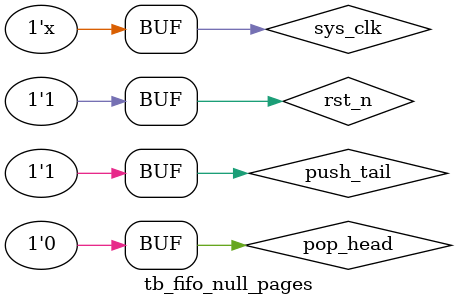
<source format=sv>
`timescale  1ns/1ns

module tb_fifo_null_pages();

reg         sys_clk     ;
reg         rst_n   ;

reg         pop_head    ;
wire   [10:0]    head_addr   ;

reg     push_tail   ;
reg [10:0]  tail_addr   ;

initial
    begin
        sys_clk     =   1'b1;
        rst_n   <=  4'b0;
      #40
        rst_n   <=  1'b1;
      #4
        pop_head <= 1'b1;
        push_tail <= 1'b0;
      #8184
        push_tail <= 1'b1;
      #1024
        pop_head <= 1'b0;
end

always@(posedge sys_clk or negedge rst_n)
    if(rst_n == 1'b0)
        tail_addr <= 0;
    else if(push_tail == 1'b1)
        tail_addr <= tail_addr + 1'b1;

always #2 sys_clk =   ~sys_clk;



fifo_null_pages fifo_null_pages_inst
(
    .clk        (sys_clk        )   ,
    .rst_n      (rst_n          )   ,
    
    .pop_head   (pop_head       )   ,
    .head_addr  (head_addr      )   ,
    .push_tail  (push_tail      )   ,
    .tail_addr  (tail_addr      )

);

endmodule
</source>
